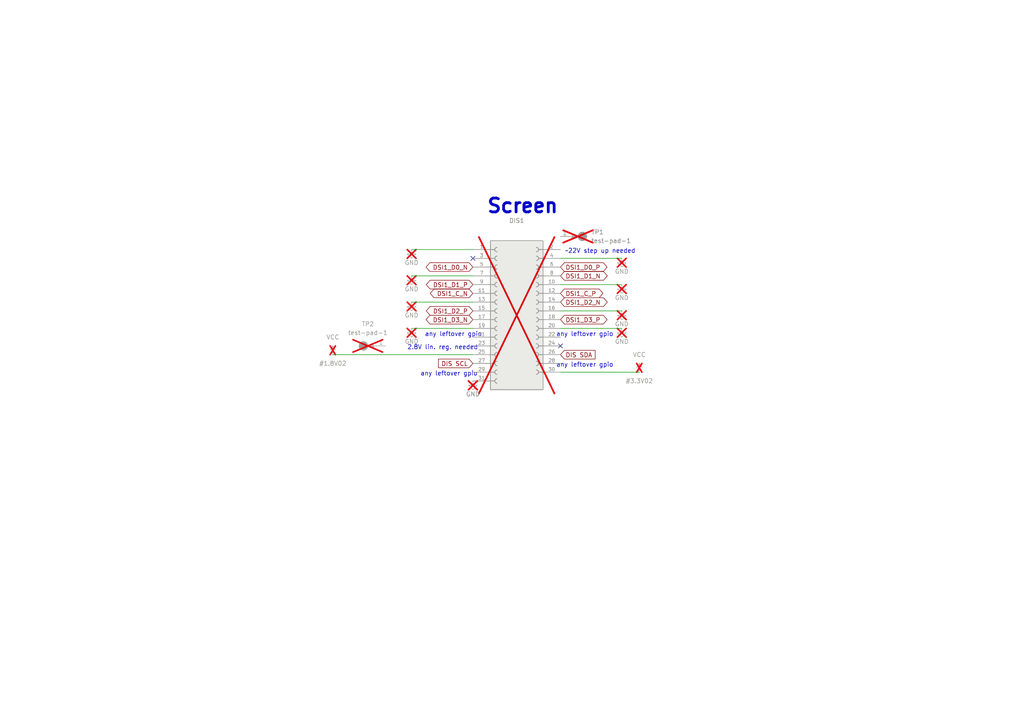
<source format=kicad_sch>
(kicad_sch (version 20250114) (generator "eeschema") (generator_version "9.0")
  (paper "A4")
  (lib_symbols
    (symbol "GND_1" (power) (pin_names (offset 0))
      (property "Value" "GND" (at 0 -3.81 0))
      (symbol "GND_1_0_1"
        (polyline (pts (xy 0 0) (xy 0 -1.27) (xy 1.27 -1.27) (xy 0 -2.54) (xy -1.27 -1.27) (xy 0 -1.27)))
      )
      (symbol "GND_1_1_1"
        (pin power_in line (at 0 0 270) (length 0) (hide yes) (name "GND") (number "1"))
      )
    )
    (symbol "GND_2" (power) (pin_names (offset 0))
      (property "Value" "GND" (at 0 -3.81 0))
      (symbol "GND_2_0_1"
        (polyline (pts (xy 0 0) (xy 0 -1.27) (xy 1.27 -1.27) (xy 0 -2.54) (xy -1.27 -1.27) (xy 0 -1.27)))
      )
      (symbol "GND_2_1_1"
        (pin power_in line (at 0 0 270) (length 0) (hide yes) (name "GND") (number "1"))
      )
    )
    (symbol "GND_3" (power) (pin_names (offset 0))
      (property "Value" "GND" (at 0 -3.81 0))
      (symbol "GND_3_0_1"
        (polyline (pts (xy 0 0) (xy 0 -1.27) (xy 1.27 -1.27) (xy 0 -2.54) (xy -1.27 -1.27) (xy 0 -1.27)))
      )
      (symbol "GND_3_1_1"
        (pin power_in line (at 0 0 270) (length 0) (hide yes) (name "GND") (number "1"))
      )
    )
    (symbol "GND_4" (power) (pin_names (offset 0))
      (property "Value" "GND" (at 0 -3.81 0))
      (symbol "GND_4_0_1"
        (polyline (pts (xy 0 0) (xy 0 -1.27) (xy 1.27 -1.27) (xy 0 -2.54) (xy -1.27 -1.27) (xy 0 -1.27)))
      )
      (symbol "GND_4_1_1"
        (pin power_in line (at 0 0 270) (length 0) (hide yes) (name "GND") (number "1"))
      )
    )
    (symbol "GND_5" (power) (pin_names (offset 0))
      (property "Value" "GND" (at 0 -3.81 0))
      (symbol "GND_5_0_1"
        (polyline (pts (xy 0 0) (xy 0 -1.27) (xy 1.27 -1.27) (xy 0 -2.54) (xy -1.27 -1.27) (xy 0 -1.27)))
      )
      (symbol "GND_5_1_1"
        (pin power_in line (at 0 0 270) (length 0) (hide yes) (name "GND") (number "1"))
      )
    )
    (symbol "GND_6" (power) (pin_names (offset 0))
      (property "Value" "GND" (at 0 -3.81 0))
      (symbol "GND_6_0_1"
        (polyline (pts (xy 0 0) (xy 0 -1.27) (xy 1.27 -1.27) (xy 0 -2.54) (xy -1.27 -1.27) (xy 0 -1.27)))
      )
      (symbol "GND_6_1_1"
        (pin power_in line (at 0 0 270) (length 0) (hide yes) (name "GND") (number "1"))
      )
    )
    (symbol "GND_7" (power) (pin_names (offset 0))
      (property "Value" "GND" (at 0 -3.81 0))
      (symbol "GND_7_0_1"
        (polyline (pts (xy 0 0) (xy 0 -1.27) (xy 1.27 -1.27) (xy 0 -2.54) (xy -1.27 -1.27) (xy 0 -1.27)))
      )
      (symbol "GND_7_1_1"
        (pin power_in line (at 0 0 270) (length 0) (hide yes) (name "GND") (number "1"))
      )
    )
    (symbol "GND_8" (power) (pin_names (offset 0))
      (property "Value" "GND" (at 0 -3.81 0))
      (symbol "GND_8_0_1"
        (polyline (pts (xy 0 0) (xy 0 -1.27) (xy 1.27 -1.27) (xy 0 -2.54) (xy -1.27 -1.27) (xy 0 -1.27)))
      )
      (symbol "GND_8_1_1"
        (pin power_in line (at 0 0 270) (length 0) (hide yes) (name "GND") (number "1"))
      )
    )
    (symbol "SPIRIT-components:FH72-31S-0.3SHW" (pin_names (offset 1.016) (hide yes))
      (property "Reference" "J" (at -7.62 21.59 0))
      (property "Value" "FH72-31S-0.3SHW" (at -7.62 -25.4 0))
      (symbol "FH72-31S-0.3SHW_0_0"
        (polyline (pts (xy -7.62 17.78) (xy -6.35 17.78)) (stroke (width 0.254)))
        (polyline (pts (xy -7.62 15.24) (xy -6.35 15.24)) (stroke (width 0.254)))
        (polyline (pts (xy -7.62 12.7) (xy -6.35 12.7)) (stroke (width 0.254)))
        (polyline (pts (xy -7.62 10.16) (xy -6.35 10.16)) (stroke (width 0.254)))
        (polyline (pts (xy -7.62 7.62) (xy -6.35 7.62)) (stroke (width 0.254)))
        (polyline (pts (xy -7.62 5.08) (xy -6.35 5.08)) (stroke (width 0.254)))
        (polyline (pts (xy -7.62 2.54) (xy -6.35 2.54)) (stroke (width 0.254)))
        (polyline (pts (xy -7.62 0) (xy -6.35 0)) (stroke (width 0.254)))
        (polyline (pts (xy -7.62 -2.54) (xy -6.35 -2.54)) (stroke (width 0.254)))
        (polyline (pts (xy -7.62 -5.08) (xy -6.35 -5.08)) (stroke (width 0.254)))
        (polyline (pts (xy -7.62 -7.62) (xy -6.35 -7.62)) (stroke (width 0.254)))
        (polyline (pts (xy -7.62 -10.16) (xy -6.35 -10.16)) (stroke (width 0.254)))
        (polyline (pts (xy -7.62 -12.7) (xy -6.35 -12.7)) (stroke (width 0.254)))
        (polyline (pts (xy -7.62 -15.24) (xy -6.35 -15.24)) (stroke (width 0.254)))
        (polyline (pts (xy -7.62 -17.78) (xy -6.35 -17.78)) (stroke (width 0.254)))
        (polyline (pts (xy -7.62 -20.32) (xy -6.35 -20.32)) (stroke (width 0.254)))
        (rectangle (start -7.62 -22.86) (end 7.62 20.32) (stroke (width 0.254)) (fill (type background)))
        (arc (start -5.715 17.145) (mid -6.3472 17.78) (end -5.715 18.415) (stroke (width 0.254)))
        (arc (start -5.715 14.605) (mid -6.3472 15.24) (end -5.715 15.875) (stroke (width 0.254)))
        (arc (start -5.715 12.065) (mid -6.3472 12.7) (end -5.715 13.335) (stroke (width 0.254)))
        (arc (start -5.715 9.525) (mid -6.3472 10.16) (end -5.715 10.795) (stroke (width 0.254)))
        (arc (start -5.715 6.985) (mid -6.3472 7.62) (end -5.715 8.255) (stroke (width 0.254)))
        (arc (start -5.715 4.445) (mid -6.3472 5.08) (end -5.715 5.715) (stroke (width 0.254)))
        (arc (start -5.715 1.905) (mid -6.3472 2.54) (end -5.715 3.175) (stroke (width 0.254)))
        (arc (start -5.715 -0.635) (mid -6.3472 0) (end -5.715 0.635) (stroke (width 0.254)))
        (arc (start -5.715 -3.175) (mid -6.3472 -2.54) (end -5.715 -1.905) (stroke (width 0.254)))
        (arc (start -5.715 -5.715) (mid -6.3472 -5.08) (end -5.715 -4.445) (stroke (width 0.254)))
        (arc (start -5.715 -8.255) (mid -6.3472 -7.62) (end -5.715 -6.985) (stroke (width 0.254)))
        (arc (start -5.715 -10.795) (mid -6.3472 -10.16) (end -5.715 -9.525) (stroke (width 0.254)))
        (arc (start -5.715 -13.335) (mid -6.3472 -12.7) (end -5.715 -12.065) (stroke (width 0.254)))
        (arc (start -5.715 -15.875) (mid -6.3472 -15.24) (end -5.715 -14.605) (stroke (width 0.254)))
        (arc (start -5.715 -18.415) (mid -6.3472 -17.78) (end -5.715 -17.145) (stroke (width 0.254)))
        (arc (start -5.715 -20.955) (mid -6.3472 -20.32) (end -5.715 -19.685) (stroke (width 0.254)))
        (arc (start 5.715 18.415) (mid 6.347 17.78) (end 5.715 17.145) (stroke (width 0.254)))
        (arc (start 5.715 15.875) (mid 6.347 15.24) (end 5.715 14.605) (stroke (width 0.254)))
        (arc (start 5.715 13.335) (mid 6.347 12.7) (end 5.715 12.065) (stroke (width 0.254)))
        (arc (start 5.715 10.795) (mid 6.347 10.16) (end 5.715 9.525) (stroke (width 0.254)))
        (arc (start 5.715 8.255) (mid 6.347 7.62) (end 5.715 6.985) (stroke (width 0.254)))
        (arc (start 5.715 5.715) (mid 6.347 5.08) (end 5.715 4.445) (stroke (width 0.254)))
        (arc (start 5.715 3.175) (mid 6.347 2.54) (end 5.715 1.905) (stroke (width 0.254)))
        (arc (start 5.715 0.635) (mid 6.347 0) (end 5.715 -0.635) (stroke (width 0.254)))
        (arc (start 5.715 -1.905) (mid 6.347 -2.54) (end 5.715 -3.175) (stroke (width 0.254)))
        (arc (start 5.715 -4.445) (mid 6.347 -5.08) (end 5.715 -5.715) (stroke (width 0.254)))
        (arc (start 5.715 -6.985) (mid 6.347 -7.62) (end 5.715 -8.255) (stroke (width 0.254)))
        (arc (start 5.715 -9.525) (mid 6.347 -10.16) (end 5.715 -10.795) (stroke (width 0.254)))
        (arc (start 5.715 -12.065) (mid 6.347 -12.7) (end 5.715 -13.335) (stroke (width 0.254)))
        (arc (start 5.715 -14.605) (mid 6.347 -15.24) (end 5.715 -15.875) (stroke (width 0.254)))
        (arc (start 5.715 -17.145) (mid 6.347 -17.78) (end 5.715 -18.415) (stroke (width 0.254)))
        (polyline (pts (xy 7.62 17.78) (xy 6.35 17.78)) (stroke (width 0.254)))
        (polyline (pts (xy 7.62 15.24) (xy 6.35 15.24)) (stroke (width 0.254)))
        (polyline (pts (xy 7.62 12.7) (xy 6.35 12.7)) (stroke (width 0.254)))
        (polyline (pts (xy 7.62 10.16) (xy 6.35 10.16)) (stroke (width 0.254)))
        (polyline (pts (xy 7.62 7.62) (xy 6.35 7.62)) (stroke (width 0.254)))
        (polyline (pts (xy 7.62 5.08) (xy 6.35 5.08)) (stroke (width 0.254)))
        (polyline (pts (xy 7.62 2.54) (xy 6.35 2.54)) (stroke (width 0.254)))
        (polyline (pts (xy 7.62 0) (xy 6.35 0)) (stroke (width 0.254)))
        (polyline (pts (xy 7.62 -2.54) (xy 6.35 -2.54)) (stroke (width 0.254)))
        (polyline (pts (xy 7.62 -5.08) (xy 6.35 -5.08)) (stroke (width 0.254)))
        (polyline (pts (xy 7.62 -7.62) (xy 6.35 -7.62)) (stroke (width 0.254)))
        (polyline (pts (xy 7.62 -10.16) (xy 6.35 -10.16)) (stroke (width 0.254)))
        (polyline (pts (xy 7.62 -12.7) (xy 6.35 -12.7)) (stroke (width 0.254)))
        (polyline (pts (xy 7.62 -15.24) (xy 6.35 -15.24)) (stroke (width 0.254)))
        (polyline (pts (xy 7.62 -17.78) (xy 6.35 -17.78)) (stroke (width 0.254)))
        (pin passive line (at -12.7 17.78 0) (length 5.08) (name "1") (number "1"))
        (pin passive line (at -12.7 15.24 0) (length 5.08) (name "3") (number "3"))
        (pin passive line (at -12.7 12.7 0) (length 5.08) (name "5") (number "5"))
        (pin passive line (at -12.7 10.16 0) (length 5.08) (name "7") (number "7"))
        (pin passive line (at -12.7 7.62 0) (length 5.08) (name "9") (number "9"))
        (pin passive line (at -12.7 5.08 0) (length 5.08) (name "11") (number "11"))
        (pin passive line (at -12.7 2.54 0) (length 5.08) (name "13") (number "13"))
        (pin passive line (at -12.7 0 0) (length 5.08) (name "15") (number "15"))
        (pin passive line (at -12.7 -2.54 0) (length 5.08) (name "17") (number "17"))
        (pin passive line (at -12.7 -5.08 0) (length 5.08) (name "19") (number "19"))
        (pin passive line (at -12.7 -7.62 0) (length 5.08) (name "21") (number "21"))
        (pin passive line (at -12.7 -10.16 0) (length 5.08) (name "23") (number "23"))
        (pin passive line (at -12.7 -12.7 0) (length 5.08) (name "25") (number "25"))
        (pin passive line (at -12.7 -15.24 0) (length 5.08) (name "27") (number "27"))
        (pin passive line (at -12.7 -17.78 0) (length 5.08) (name "29") (number "29"))
        (pin passive line (at -12.7 -20.32 0) (length 5.08) (name "31") (number "31"))
        (pin passive line (at 12.7 17.78 180) (length 5.08) (name "2") (number "2"))
        (pin passive line (at 12.7 15.24 180) (length 5.08) (name "4") (number "4"))
        (pin passive line (at 12.7 12.7 180) (length 5.08) (name "6") (number "6"))
        (pin passive line (at 12.7 10.16 180) (length 5.08) (name "8") (number "8"))
        (pin passive line (at 12.7 7.62 180) (length 5.08) (name "10") (number "10"))
        (pin passive line (at 12.7 5.08 180) (length 5.08) (name "12") (number "12"))
        (pin passive line (at 12.7 2.54 180) (length 5.08) (name "14") (number "14"))
        (pin passive line (at 12.7 0 180) (length 5.08) (name "16") (number "16"))
        (pin passive line (at 12.7 -2.54 180) (length 5.08) (name "18") (number "18"))
        (pin passive line (at 12.7 -5.08 180) (length 5.08) (name "20") (number "20"))
        (pin passive line (at 12.7 -7.62 180) (length 5.08) (name "22") (number "22"))
        (pin passive line (at 12.7 -10.16 180) (length 5.08) (name "24") (number "24"))
        (pin passive line (at 12.7 -12.7 180) (length 5.08) (name "26") (number "26"))
        (pin passive line (at 12.7 -15.24 180) (length 5.08) (name "28") (number "28"))
        (pin passive line (at 12.7 -17.78 180) (length 5.08) (name "30") (number "30"))
      )
    )
    (symbol "SPIRIT-components:test-pad-1"
      (property "Reference" "TP" (at 0 1.27 0))
      (property "Value" "test-pad-1" (at 0 3.81 0))
      (symbol "test-pad-1_0_1"
        (polyline (pts (xy 0 -1.27) (xy -3.81 -1.27)))
        (circle (center 0 -1.27) (radius 1.27) (fill (type outline)))
      )
      (symbol "test-pad-1_1_1"
        (pin passive line (at -6.35 -1.27 0) (length 2.54) (name "A") (number "1"))
      )
    )
    (symbol "VCC_1" (power) (pin_names (offset 0))
      (property "Value" "VCC" (at 0 3.81 0))
      (symbol "VCC_1_0_1"
        (polyline (pts (xy -0.762 1.27) (xy 0 2.54)))
        (polyline (pts (xy 0 2.54) (xy 0.762 1.27)))
        (polyline (pts (xy 0 0) (xy 0 2.54)))
      )
      (symbol "VCC_1_1_1"
        (pin power_in line (at 0 0 90) (length 0) (hide yes) (name "VCC") (number "1"))
      )
    )
    (symbol "power:GND" (power) (pin_names (offset 0))
      (property "Value" "GND" (at 0 -3.81 0))
      (symbol "GND_0_1"
        (polyline (pts (xy 0 0) (xy 0 -1.27) (xy 1.27 -1.27) (xy 0 -2.54) (xy -1.27 -1.27) (xy 0 -1.27)))
      )
      (symbol "GND_1_1"
        (pin power_in line (at 0 0 270) (length 0) (hide yes) (name "GND") (number "1"))
      )
    )
    (symbol "power:VCC" (power) (pin_names (offset 0))
      (property "Value" "VCC" (at 0 3.81 0))
      (symbol "VCC_0_1"
        (polyline (pts (xy -0.762 1.27) (xy 0 2.54)))
        (polyline (pts (xy 0 2.54) (xy 0.762 1.27)))
        (polyline (pts (xy 0 0) (xy 0 2.54)))
      )
      (symbol "VCC_1_1"
        (pin power_in line (at 0 0 90) (length 0) (hide yes) (name "VCC") (number "1"))
      )
    )
  )
  (text "any leftover gpio" (at 121.92 109.22 0) (effects (font (size 1.27 1.27)) (justify left bottom)))
  (text "Screen\n" (at 140.97 62.23 0) (effects (font (size 4 4) (thickness 0.8) (bold yes)) (justify left bottom)))
  (text "any leftover gpio" (at 161.29 97.79 0) (effects (font (size 1.27 1.27)) (justify left bottom)))
  (text "any leftover gpio" (at 161.29 106.68 0) (effects (font (size 1.27 1.27)) (justify left bottom)))
  (text "any leftover gpio" (at 123.19 97.79 0) (effects (font (size 1.27 1.27)) (justify left bottom)))
  (text "2.8V lin. reg. needed" (at 118.11 101.6 0) (effects (font (size 1.27 1.27)) (justify left bottom)))
  (text "~22V step up needed" (at 163.83 73.66 0) (effects (font (size 1.27 1.27)) (justify left bottom)))
  (no_connect (at 162.56 100.33))
  (no_connect (at 137.16 74.93))
  (wire (pts (xy 119.38 95.25) (xy 137.16 95.25)))
  (wire (pts (xy 119.38 80.01) (xy 137.16 80.01)))
  (wire (pts (xy 162.56 90.17) (xy 180.34 90.17)))
  (wire (pts (xy 162.56 74.93) (xy 180.34 74.93)))
  (wire (pts (xy 96.52 102.87) (xy 137.16 102.87)))
  (wire (pts (xy 162.56 82.55) (xy 180.34 82.55)))
  (wire (pts (xy 119.38 87.63) (xy 137.16 87.63)))
  (wire (pts (xy 162.56 95.25) (xy 180.34 95.25)))
  (wire (pts (xy 119.38 72.39) (xy 137.16 72.39)))
  (wire (pts (xy 162.56 107.95) (xy 185.42 107.95)))
  (global_label "DSI1_D0_P" (shape bidirectional) (at 162.56 77.47 0) (property "Intersheetrefs" "${INTERSHEET_REFS}" (effects (hide yes))))
  (global_label "DSI1_D1_N" (shape bidirectional) (at 162.56 80.01 0) (property "Intersheetrefs" "${INTERSHEET_REFS}" (effects (hide yes))))
  (global_label "DIS SDA" (shape input) (at 162.56 102.87 0) (property "Intersheetrefs" "${INTERSHEET_REFS}" (effects (hide yes))))
  (global_label "DSI1_C_N" (shape bidirectional) (at 137.16 85.09 180) (property "Intersheetrefs" "${INTERSHEET_REFS}" (effects (hide yes))))
  (global_label "DSI1_D2_P" (shape bidirectional) (at 137.16 90.17 180) (property "Intersheetrefs" "${INTERSHEET_REFS}" (effects (hide yes))))
  (global_label "DSI1_D3_P" (shape bidirectional) (at 162.56 92.71 0) (property "Intersheetrefs" "${INTERSHEET_REFS}" (effects (hide yes))))
  (global_label "DIS SCL" (shape input) (at 137.16 105.41 180) (property "Intersheetrefs" "${INTERSHEET_REFS}" (effects (hide yes))))
  (global_label "DSI1_D3_N" (shape bidirectional) (at 137.16 92.71 180) (property "Intersheetrefs" "${INTERSHEET_REFS}" (effects (hide yes))))
  (global_label "DSI1_C_P" (shape bidirectional) (at 162.56 85.09 0) (property "Intersheetrefs" "${INTERSHEET_REFS}" (effects (hide yes))))
  (global_label "DSI1_D1_P" (shape bidirectional) (at 137.16 82.55 180) (property "Intersheetrefs" "${INTERSHEET_REFS}" (effects (hide yes))))
  (global_label "DSI1_D0_N" (shape bidirectional) (at 137.16 77.47 180) (property "Intersheetrefs" "${INTERSHEET_REFS}" (effects (hide yes))))
  (global_label "DSI1_D2_N" (shape bidirectional) (at 162.56 87.63 0) (property "Intersheetrefs" "${INTERSHEET_REFS}" (effects (hide yes))))
  (symbol (lib_id "SPIRIT-components:test-pad-1") (at 105.41 101.6 180) (unit 1) (dnp yes)
    (property "Reference" "TP2" (at 106.68 93.98 0))
    (property "Value" "test-pad-1" (at 106.68 96.52 0))
    (property "Footprint" "SPIRIT-footprints:test-pad-1" (effects (hide yes)))
  )
  (symbol (lib_name "GND_2") (lib_id "power:GND") (at 119.38 95.25 0) (unit 1) (dnp yes)
    (property "Reference" "#PWR060" (effects (hide yes)))
    (property "Value" "GND" (at 119.38 99.06 0))
  )
  (symbol (lib_name "GND_8") (lib_id "power:GND") (at 119.38 72.39 0) (unit 1) (dnp yes)
    (property "Reference" "#PWR054" (effects (hide yes)))
    (property "Value" "GND" (at 119.38 76.2 0))
  )
  (symbol (lib_id "power:GND") (at 180.34 90.17 0) (unit 1) (dnp yes)
    (property "Reference" "#PWR059" (effects (hide yes)))
    (property "Value" "GND" (at 180.34 93.98 0))
  )
  (symbol (lib_name "GND_5") (lib_id "power:GND") (at 180.34 95.25 0) (unit 1) (dnp yes)
    (property "Reference" "#PWR061" (effects (hide yes)))
    (property "Value" "GND" (at 180.34 99.06 0))
  )
  (symbol (lib_id "power:VCC") (at 185.42 107.95 0) (unit 1) (dnp yes)
    (property "Reference" "#3.3V02" (at 185.42 110.49 0))
    (property "Value" "VCC" (at 185.42 102.87 0))
  )
  (symbol (lib_id "SPIRIT-components:test-pad-1") (at 168.91 67.31 0) (unit 1) (dnp yes)
    (property "Reference" "TP1" (at 171.45 67.3099 0) (effects (justify left)))
    (property "Value" "test-pad-1" (at 171.45 69.8499 0) (effects (justify left)))
    (property "Footprint" "SPIRIT-footprints:test-pad-1" (effects (hide yes)))
  )
  (symbol (lib_name "GND_4") (lib_id "power:GND") (at 119.38 87.63 0) (unit 1) (dnp yes)
    (property "Reference" "#PWR058" (effects (hide yes)))
    (property "Value" "GND" (at 119.38 91.44 0))
  )
  (symbol (lib_name "GND_6") (lib_id "power:GND") (at 137.16 110.49 0) (unit 1) (dnp yes)
    (property "Reference" "#PWR062" (effects (hide yes)))
    (property "Value" "GND" (at 137.16 114.3 0))
  )
  (symbol (lib_name "GND_1") (lib_id "power:GND") (at 119.38 80.01 0) (unit 1) (dnp yes)
    (property "Reference" "#PWR056" (effects (hide yes)))
    (property "Value" "GND" (at 119.38 83.82 0))
  )
  (symbol (lib_name "VCC_1") (lib_id "power:VCC") (at 96.52 102.87 0) (unit 1) (dnp yes)
    (property "Reference" "#1.8V02" (at 96.52 105.41 0))
    (property "Value" "VCC" (at 96.52 97.79 0))
  )
  (symbol (lib_name "GND_3") (lib_id "power:GND") (at 180.34 74.93 0) (unit 1) (dnp yes)
    (property "Reference" "#PWR055" (effects (hide yes)))
    (property "Value" "GND" (at 180.34 78.74 0))
  )
  (symbol (lib_id "SPIRIT-components:FH72-31S-0.3SHW") (at 149.86 90.17 0) (unit 1) (dnp yes)
    (property "Reference" "DIS1" (at 149.86 64.008 0))
    (property "Value" "FH72-31S-0.3SHW" (effects (hide yes)))
    (property "Footprint" "SPIRIT-footprints:HRS_FH72-31S-0.3SHW" (effects (hide yes)))
    (property "Description" "31 Position FPC Connector Contacts, Top 0.012 (0.30mm) Surface Mount, Right Angle" (effects (hide yes)))
    (property "MF" "Hirose Electric Co Ltd" (effects (hide yes)))
    (property "MAXIMUM_PACKAGE_HEIGHT" "3.04 mm" (effects (hide yes)))
    (property "Package" "None" (effects (hide yes)))
    (property "Price" "None" (effects (hide yes)))
    (property "Check_prices" "https://www.snapeda.com/parts/FH72-31S-0.3SHW/Hirose/view-part/?ref=eda" (effects (hide yes)))
    (property "STANDARD" "Manufacturer Recommendations" (effects (hide yes)))
    (property "PARTREV" "20201105" (effects (hide yes)))
    (property "SnapEDA_Link" "https://www.snapeda.com/parts/FH72-31S-0.3SHW/Hirose/view-part/?ref=snap" (effects (hide yes)))
    (property "MP" "FH72-31S-0.3SHW" (effects (hide yes)))
    (property "Availability" "In Stock" (effects (hide yes)))
    (property "MANUFACTURER" "Hirose" (effects (hide yes)))
  )
  (symbol (lib_name "GND_7") (lib_id "power:GND") (at 180.34 82.55 0) (unit 1) (dnp yes)
    (property "Reference" "#PWR057" (effects (hide yes)))
    (property "Value" "GND" (at 180.34 86.36 0))
  )
)
</source>
